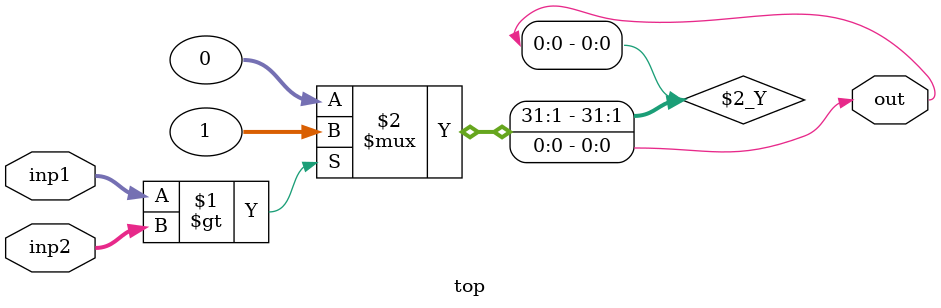
<source format=v>
module top(inp1, inp2, out);
parameter width = 8;
parameter c = 255;

input [width-1:0] inp1, inp2;
output out;

assign out = (inp1 > inp2) ? $unsigned(1) : $unsigned(0);

endmodule

</source>
